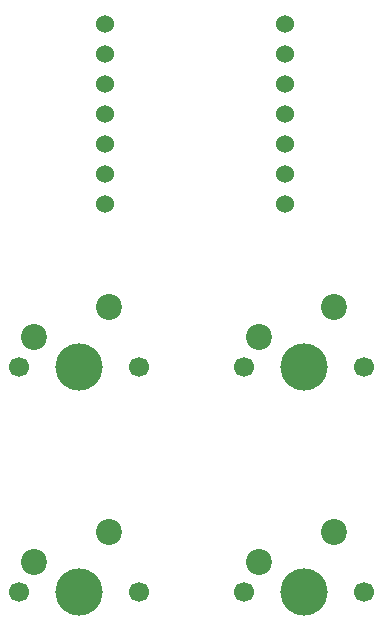
<source format=gbr>
%TF.GenerationSoftware,KiCad,Pcbnew,8.0.7*%
%TF.CreationDate,2025-05-21T00:02:28-04:00*%
%TF.ProjectId,macropad,6d616372-6f70-4616-942e-6b696361645f,rev?*%
%TF.SameCoordinates,Original*%
%TF.FileFunction,Soldermask,Bot*%
%TF.FilePolarity,Negative*%
%FSLAX46Y46*%
G04 Gerber Fmt 4.6, Leading zero omitted, Abs format (unit mm)*
G04 Created by KiCad (PCBNEW 8.0.7) date 2025-05-21 00:02:28*
%MOMM*%
%LPD*%
G01*
G04 APERTURE LIST*
%ADD10C,1.524000*%
%ADD11C,1.700000*%
%ADD12C,4.000000*%
%ADD13C,2.200000*%
G04 APERTURE END LIST*
D10*
%TO.C,U1*%
X191782500Y-99078750D03*
X191782500Y-101618750D03*
X191782500Y-104158750D03*
X191782500Y-106698750D03*
X191782500Y-109238750D03*
X191782500Y-111778750D03*
X191782500Y-114318750D03*
X207022500Y-114318750D03*
X207022500Y-111778750D03*
X207022500Y-109238750D03*
X207022500Y-106698750D03*
X207022500Y-104158750D03*
X207022500Y-101618750D03*
X207022500Y-99078750D03*
%TD*%
D11*
%TO.C,SW4*%
X184480000Y-147180000D03*
D12*
X189560000Y-147180000D03*
D11*
X194640000Y-147180000D03*
D13*
X192100000Y-142100000D03*
X185750000Y-144640000D03*
%TD*%
D11*
%TO.C,SW3*%
X203530000Y-147180000D03*
D12*
X208610000Y-147180000D03*
D11*
X213690000Y-147180000D03*
D13*
X211150000Y-142100000D03*
X204800000Y-144640000D03*
%TD*%
D11*
%TO.C,SW2*%
X203530000Y-128130000D03*
D12*
X208610000Y-128130000D03*
D11*
X213690000Y-128130000D03*
D13*
X211150000Y-123050000D03*
X204800000Y-125590000D03*
%TD*%
D11*
%TO.C,SW1*%
X184480000Y-128130000D03*
D12*
X189560000Y-128130000D03*
D11*
X194640000Y-128130000D03*
D13*
X192100000Y-123050000D03*
X185750000Y-125590000D03*
%TD*%
M02*

</source>
